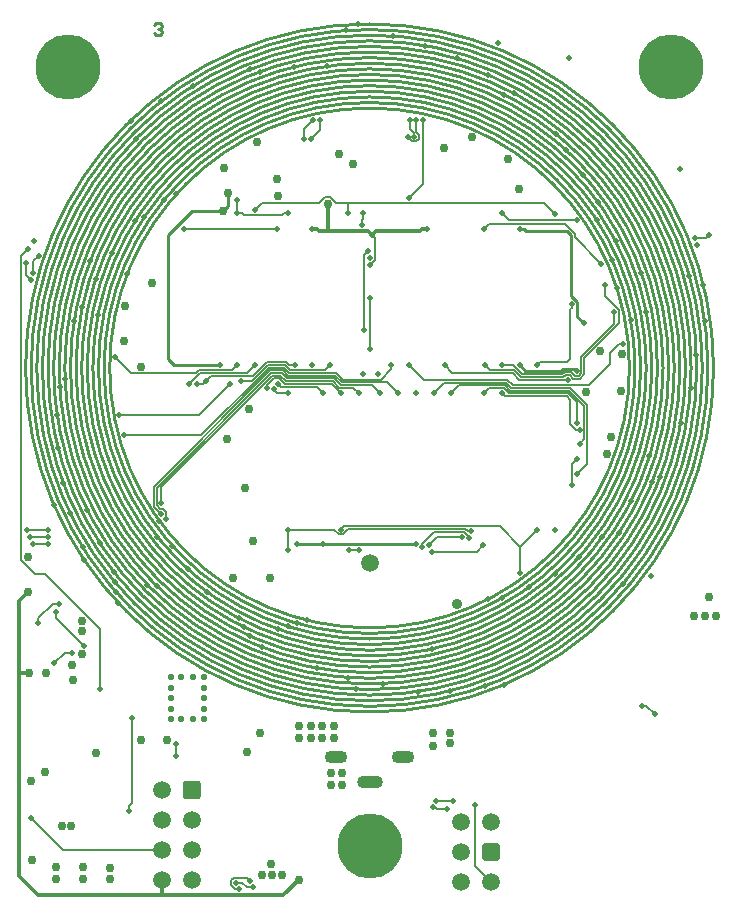
<source format=gbr>
%TF.GenerationSoftware,Altium Limited,Altium Designer,20.1.8 (145)*%
G04 Layer_Physical_Order=3*
G04 Layer_Color=16440176*
%FSLAX44Y44*%
%MOMM*%
%TF.SameCoordinates,602AE14E-E67F-4A72-A58A-C630FF545DDC*%
%TF.FilePolarity,Positive*%
%TF.FileFunction,Copper,L3,Inr,Signal*%
%TF.Part,Single*%
G01*
G75*
%TA.AperFunction,Conductor*%
%ADD10C,0.1270*%
%ADD11C,0.2540*%
%ADD12C,0.1524*%
%ADD46C,0.3048*%
%ADD47C,0.2032*%
%ADD48C,0.1778*%
%TA.AperFunction,NonConductor*%
%ADD49C,0.2540*%
%TA.AperFunction,ComponentPad*%
G04:AMPARAMS|DCode=50|XSize=1.5mm|YSize=1.5mm|CornerRadius=0.1875mm|HoleSize=0mm|Usage=FLASHONLY|Rotation=270.000|XOffset=0mm|YOffset=0mm|HoleType=Round|Shape=RoundedRectangle|*
%AMROUNDEDRECTD50*
21,1,1.5000,1.1250,0,0,270.0*
21,1,1.1250,1.5000,0,0,270.0*
1,1,0.3750,-0.5625,-0.5625*
1,1,0.3750,-0.5625,0.5625*
1,1,0.3750,0.5625,0.5625*
1,1,0.3750,0.5625,-0.5625*
%
%ADD50ROUNDEDRECTD50*%
%ADD51C,1.5000*%
G04:AMPARAMS|DCode=52|XSize=1.5mm|YSize=1.5mm|CornerRadius=0.15mm|HoleSize=0mm|Usage=FLASHONLY|Rotation=180.000|XOffset=0mm|YOffset=0mm|HoleType=Round|Shape=RoundedRectangle|*
%AMROUNDEDRECTD52*
21,1,1.5000,1.2000,0,0,180.0*
21,1,1.2000,1.5000,0,0,180.0*
1,1,0.3000,-0.6000,0.6000*
1,1,0.3000,0.6000,0.6000*
1,1,0.3000,0.6000,-0.6000*
1,1,0.3000,-0.6000,-0.6000*
%
%ADD52ROUNDEDRECTD52*%
%TA.AperFunction,ViaPad*%
%ADD53C,5.5000*%
%TA.AperFunction,ComponentPad*%
%ADD54C,0.5600*%
%ADD55O,2.2000X1.1000*%
%ADD56O,1.9000X1.1000*%
%TA.AperFunction,ViaPad*%
%ADD57C,0.7600*%
%ADD58C,0.4600*%
%ADD59C,0.9000*%
%ADD60C,1.5000*%
%TA.AperFunction,Conductor*%
%ADD61C,0.2286*%
D10*
X185577Y-14721D02*
X203890Y3592D01*
Y12987D02*
X210783Y19880D01*
X203890Y3592D02*
Y12987D01*
X210783Y19880D02*
X214438D01*
X121087Y-14721D02*
X185577D01*
X56860Y-373630D02*
X65834D01*
X54910Y-371680D02*
X56860Y-373630D01*
X54008Y-371680D02*
X54910D01*
X70366Y-366309D02*
X70406Y-366350D01*
X56335Y-366309D02*
X70366D01*
X56294Y-366268D02*
X56335Y-366309D01*
X275843Y110141D02*
X284545D01*
X287318Y112915D01*
X287718D01*
X230632Y-286004D02*
X234442D01*
X241735Y-293297D01*
X52903Y-155578D02*
X90904D01*
X96413Y-150070D01*
X-295079Y-162397D02*
Y94763D01*
Y-162397D02*
X-282953Y-174524D01*
X-274548D01*
X-295079Y94763D02*
X-289333Y100509D01*
X57343Y-142842D02*
X78504D01*
X50115Y-150070D02*
X57343Y-142842D01*
X-42651Y139762D02*
X-37719Y144695D01*
X-97000Y133522D02*
X-90759Y139762D01*
X-42651D01*
X-18500Y131064D02*
Y139777D01*
X-33203Y144695D02*
X-28300Y139792D01*
X-37719Y144695D02*
X-33203D01*
X-28300Y139792D02*
X-18500D01*
X-18500Y139792D01*
X-201855Y-4435D02*
X-146912D01*
X-144432Y-1955D01*
X-116135D01*
X-215174Y8883D02*
X-201855Y-4435D01*
X-116135Y-1955D02*
X-112000Y2180D01*
X-284858Y80054D02*
Y90491D01*
X-280166Y95182D01*
X-290944Y79028D02*
X-286372Y74456D01*
X-290944Y79028D02*
Y88976D01*
X173736Y111039D02*
Y113555D01*
Y111039D02*
X196380Y88395D01*
X-172092Y-127844D02*
Y-122073D01*
X-172318Y-128071D02*
X-172092Y-127844D01*
X-174514Y-119650D02*
X-172092Y-122073D01*
X-6604Y125389D02*
X-5447Y126546D01*
X-6604Y121048D02*
Y125389D01*
X-5447Y126546D02*
Y131604D01*
X-106131Y129387D02*
X-74266D01*
X-112000Y131572D02*
X-108316D01*
X-106131Y129387D01*
X-72335Y131318D02*
X-68834D01*
X-74266Y129387D02*
X-72335Y131318D01*
X97000Y117820D02*
X101135Y121955D01*
X165336D01*
X173736Y113555D01*
X-18500Y139777D02*
X147848D01*
X157000Y130625D01*
X118075Y124995D02*
X175260D01*
X112000Y131070D02*
X118075Y124995D01*
X88900Y-421400D02*
Y-369959D01*
Y-421400D02*
X102900Y-435400D01*
X-228088Y-271708D02*
Y-220984D01*
X-274548Y-174524D02*
X-228088Y-220984D01*
X32225Y195862D02*
X36312Y191775D01*
X39738D01*
X32225Y195862D02*
Y195910D01*
X-143485Y-4241D02*
X-103421D01*
X-134049Y-6527D02*
X-98350D01*
X-138190Y-10668D02*
X-134049Y-6527D01*
X-152600Y-13356D02*
X-143485Y-4241D01*
X69921D02*
X121108D01*
X63500Y2180D02*
X69921Y-4241D01*
X101569Y-1955D02*
X122054D01*
X97434Y2180D02*
X101569Y-1955D01*
X101135Y-17045D02*
X113713D01*
X97000Y-21180D02*
X101135Y-17045D01*
X-68041Y2180D02*
X-63500D01*
X-70726Y4865D02*
X-68041Y2180D01*
X-86958Y4865D02*
X-70726D01*
X-78064Y-21180D02*
X-69250D01*
X-81306Y-17938D02*
X-78064Y-21180D01*
X-86011Y2579D02*
X-71673D01*
X-67139Y-1955D02*
X-37635D01*
X-71673Y2579D02*
X-67139Y-1955D01*
X-68086Y-4241D02*
X-28258D01*
X-72620Y293D02*
X-68086Y-4241D01*
X-85064Y293D02*
X-72620D01*
X-69033Y-6527D02*
X-29204D01*
X-73566Y-1993D02*
X-69033Y-6527D01*
X-84117Y-1993D02*
X-73566D01*
X-69979Y-8813D02*
X-30151D01*
X-74513Y-4279D02*
X-69979Y-8813D01*
X-83170Y-4279D02*
X-74513D01*
X-70926Y-11099D02*
X-31098D01*
X-82224Y-6565D02*
X-75460D01*
X-70926Y-11099D01*
X-81277Y-8851D02*
X-76407D01*
X-71873Y-13385D01*
X-32045D01*
X-180371Y-101479D02*
X-83170Y-4279D01*
X-180371Y-116409D02*
Y-101479D01*
X-87066Y-17255D02*
X-86670Y-16859D01*
Y-14244D01*
X-81277Y-8851D01*
X-98350Y-6527D02*
X-86958Y4865D01*
X-109220Y-10662D02*
X-99252D01*
X-86011Y2579D01*
X-207676Y-57004D02*
X-142361D01*
X-85064Y293D01*
X-182656Y-100532D02*
X-84117Y-1993D01*
X-182656Y-117355D02*
Y-100532D01*
X-176236Y-114696D02*
Y-100577D01*
X-82224Y-6565D01*
X-266975Y-249837D02*
X-258184Y-241046D01*
X-251777D01*
X33945Y202646D02*
X37629Y198962D01*
Y196305D02*
Y198962D01*
X33945Y202646D02*
Y209991D01*
X37629Y196305D02*
X38025Y195910D01*
X39745Y200038D02*
X42160Y197622D01*
X39745Y200038D02*
Y210039D01*
X42160Y194197D02*
Y197622D01*
X39738Y191775D02*
X42160Y194197D01*
X33500Y143927D02*
X45545Y155972D01*
Y209991D01*
X-41973Y201633D02*
Y209991D01*
X-49983Y193624D02*
X-41973Y201633D01*
X-55783Y201982D02*
X-47773Y209991D01*
X-55783Y193624D02*
Y201982D01*
X-280549Y-215630D02*
Y-212054D01*
X-268175Y-199681D02*
X-263135D01*
X-280549Y-212054D02*
X-268175Y-199681D01*
X-203877Y-374731D02*
Y-370755D01*
X-201472Y-368350D01*
Y-296164D01*
X-265421Y-211337D02*
X-241591Y-235167D01*
X-287534Y-143336D02*
X-272152D01*
X-285121Y-149136D02*
X-272152D01*
X-265421Y-211337D02*
Y-206350D01*
X-289820Y-137536D02*
X-272076D01*
X-104171Y-439674D02*
X-98915D01*
X-113027Y-435653D02*
X-108192D01*
X-104171Y-439674D01*
X121108Y-4241D02*
X126950Y-10083D01*
X167728D01*
X122054Y-1955D02*
X127896Y-7797D01*
X164166D01*
X128843Y-5511D02*
X163219D01*
X121152Y2180D02*
X128843Y-5511D01*
X112000Y2180D02*
X121152D01*
X206756Y36859D02*
Y47649D01*
X179449Y9552D02*
X206756Y36859D01*
X179449Y-4453D02*
Y9552D01*
X181735Y-5400D02*
Y8605D01*
X210891Y37761D02*
Y49362D01*
X181735Y8605D02*
X210891Y37761D01*
X177973Y-9161D02*
X181735Y-5400D01*
X164166Y-7797D02*
X166015Y-5948D01*
X169440D01*
X172654Y-9161D01*
X177973D01*
X199209Y61044D02*
X210891Y49362D01*
X177026Y-6876D02*
X179449Y-4453D01*
X163219Y-5511D02*
X165068Y-3662D01*
X170387D01*
X173601Y-6876D01*
X177026D01*
X-144279Y-39413D02*
X-118222Y-13356D01*
X-211720Y-39413D02*
X-144279D01*
X184247Y-81392D02*
Y-31286D01*
X175633Y-90006D02*
X184247Y-81392D01*
X-146467Y-13356D02*
X-140878D01*
X-138190Y-10668D01*
X-37635Y-1955D02*
X-33500Y2180D01*
X-32045Y-13385D02*
X-24250Y-21180D01*
X-31098Y-11099D02*
X-25533Y-16664D01*
X-30151Y-8813D02*
X-24586Y-14378D01*
X-29204Y-6527D02*
X-23639Y-12092D01*
X-28258Y-4241D02*
X-22692Y-9806D01*
X9682D01*
X18500Y-988D01*
X-4500Y32224D02*
Y95765D01*
X-1243Y99022D01*
X-177129Y-119650D02*
X-174514D01*
X-180371Y-116409D02*
X-177129Y-119650D01*
X-182656Y-117355D02*
X-176227Y-123785D01*
X171196Y-81557D02*
X175540Y-77212D01*
X171196Y-99060D02*
Y-81557D01*
X-17298Y-154230D02*
X-9028D01*
X-113741Y-441452D02*
X-110741D01*
X-117162Y-438031D02*
Y-433940D01*
Y-438031D02*
X-113741Y-441452D01*
X-117162Y-433940D02*
X-114740Y-431518D01*
X-104027D01*
X-101201Y-434344D01*
X82929Y-141533D02*
X84234Y-142838D01*
X54675Y-138707D02*
X80217D01*
X82929Y-141419D01*
Y-141533D02*
Y-141419D01*
X84234Y-143739D02*
Y-142838D01*
X170135Y-47474D02*
X174863Y-52202D01*
X170135Y-47474D02*
Y-26873D01*
X174863Y-52202D02*
X177826D01*
X171000Y50748D02*
Y53968D01*
X170135Y49883D02*
X171000Y50748D01*
X170135Y7873D02*
Y49883D01*
X44570Y-148812D02*
X54675Y-138707D01*
X-21565Y-134135D02*
X110158D01*
X127456Y-151432D01*
X142000Y-136888D01*
X127456Y-173591D02*
Y-151432D01*
X168074Y-21579D02*
X175540Y-29045D01*
Y-46871D02*
Y-29045D01*
X181961Y-60354D02*
Y-32233D01*
X169021Y-19293D02*
X181961Y-32233D01*
X169968Y-17007D02*
X184247Y-31286D01*
X177826Y-64489D02*
X181961Y-60354D01*
X116449Y-10083D02*
X121087Y-14721D01*
X33500Y2180D02*
X45763Y-10083D01*
X116449D01*
X75671Y-14759D02*
X114660D01*
X69250Y-21180D02*
X75671Y-14759D01*
X54250Y-21180D02*
X62957Y-12473D01*
X115607D01*
X-103421Y-4241D02*
X-97000Y2180D01*
X-286243Y-381231D02*
X-259694Y-407780D01*
X-175424D01*
X44570Y-151770D02*
Y-148812D01*
X144685Y4865D02*
X167127D01*
X170135Y7873D01*
X199209Y61044D02*
Y70366D01*
X18500Y-988D02*
Y2180D01*
X-69250Y-154230D02*
Y-136820D01*
X-18003Y-136421D02*
X81163D01*
X83012Y-138270D02*
X86166D01*
X81163Y-136421D02*
X83012Y-138270D01*
X-22537Y-140955D02*
X-18003Y-136421D01*
X-69250Y-136820D02*
X-30098D01*
X-25963Y-140955D01*
X-22537D01*
X-24250Y-136820D02*
X-21565Y-134135D01*
X120141Y-17007D02*
X169968D01*
X119194Y-19293D02*
X169021D01*
X118247Y-21579D02*
X168074D01*
X114685Y-23865D02*
X167127D01*
X170135Y-26873D01*
X142000Y2180D02*
X144685Y4865D01*
X114660Y-14759D02*
X119194Y-19293D01*
X115607Y-12473D02*
X120141Y-17007D01*
X113713Y-17045D02*
X118247Y-21579D01*
X112000Y-21180D02*
X114685Y-23865D01*
X15162Y-12092D02*
X24250Y-21180D01*
X-23639Y-12092D02*
X15162D01*
X2448Y-14378D02*
X9250Y-21180D01*
X-24586Y-14378D02*
X2448D01*
X-25533Y-16664D02*
X-13766D01*
X-9250Y-21180D01*
X-157000Y117820D02*
X-78500D01*
X-163612Y-328568D02*
Y-318012D01*
D11*
X175770Y43527D02*
Y55944D01*
Y43527D02*
X181258Y38038D01*
X172796Y-741D02*
X174795Y-2740D01*
X175313D01*
X163858Y-741D02*
X172796D01*
X-124206Y132479D02*
X-119968Y136717D01*
Y148312D01*
X127000Y117820D02*
X130638D01*
X132688Y115770D02*
X167390D01*
X130638Y117820D02*
X132688Y115770D01*
X-150681Y132479D02*
X-124206D01*
X162009Y-2590D02*
X163858Y-741D01*
X131770Y-2590D02*
X162009D01*
X-170770Y7610D02*
X-165340Y2180D01*
X-127000D01*
X-170770Y7610D02*
Y112390D01*
X170770Y60944D02*
X175770Y55944D01*
X170770Y60944D02*
Y112390D01*
X127000Y2180D02*
X127000D01*
X131770Y-2590D01*
X-170770Y112390D02*
X-150681Y132479D01*
X-61750Y-149460D02*
X39250D01*
X167390Y115770D02*
X170770Y112390D01*
D12*
X-112000Y131572D02*
Y142128D01*
D46*
X-296476Y-430510D02*
X-280510Y-446476D01*
X-175424D01*
X-296476Y-430510D02*
Y-258298D01*
X5303Y116024D02*
X43025D01*
X44821Y117820D01*
X48500D01*
X-48500D02*
X-44846D01*
X-43050Y116024D02*
X-35461D01*
X-44846Y117820D02*
X-43050Y116024D01*
X1778Y112919D02*
X2198D01*
X5303Y116024D01*
X-1327D02*
X1778Y112919D01*
X-35461Y116024D02*
X-1327D01*
X-35461D02*
Y139244D01*
X-175424Y-446476D02*
X-73068D01*
X-59971Y-433380D02*
Y-433380D01*
X-73068Y-446476D02*
X-59971Y-433380D01*
X-296476Y-258298D02*
Y-196961D01*
X-289324Y-189808D01*
X-296476Y-258298D02*
X-288562D01*
X-175424Y-446476D02*
Y-433180D01*
D47*
X1778Y112919D02*
X1785D01*
X4984Y91609D02*
Y109720D01*
X1785Y112919D02*
X4984Y109720D01*
X359Y86985D02*
X4984Y91609D01*
X359Y16385D02*
Y58872D01*
D48*
X-77750Y-13356D02*
X-77750D01*
X-75054Y-16052D02*
X-44378D01*
X-77750Y-13356D02*
X-75054Y-16052D01*
X-44378D02*
X-39250Y-21180D01*
Y-21180D02*
Y-21180D01*
D49*
X-182537Y290511D02*
X-180844Y292204D01*
X-177458D01*
X-175765Y290511D01*
Y288819D01*
X-177458Y287126D01*
X-179151D01*
X-177458D01*
X-175765Y285433D01*
Y283740D01*
X-177458Y282048D01*
X-180844D01*
X-182537Y283740D01*
D50*
X-150023Y-356980D02*
D03*
D51*
Y-382380D02*
D03*
Y-407780D02*
D03*
Y-433180D02*
D03*
X-175424Y-356980D02*
D03*
Y-382380D02*
D03*
Y-407780D02*
D03*
Y-433180D02*
D03*
X102900Y-435400D02*
D03*
Y-384600D02*
D03*
X77500D02*
D03*
Y-410000D02*
D03*
Y-435400D02*
D03*
D52*
X102900Y-410000D02*
D03*
D53*
X0Y-405000D02*
D03*
X255000Y255000D02*
D03*
X-255000D02*
D03*
D54*
X-168351Y-297339D02*
D03*
X-140411D02*
D03*
X-159461D02*
D03*
X-168351Y-261779D02*
D03*
X-140411D02*
D03*
X-159461D02*
D03*
X-168351Y-279559D02*
D03*
Y-288449D02*
D03*
Y-270669D02*
D03*
X-140411Y-279559D02*
D03*
Y-288449D02*
D03*
Y-270669D02*
D03*
X-149301Y-261779D02*
D03*
Y-297339D02*
D03*
D55*
X0Y-350750D02*
D03*
D56*
X28000Y-329250D02*
D03*
X-28000D02*
D03*
D57*
X213393Y12192D02*
D03*
X53340Y-319690D02*
D03*
Y-309372D02*
D03*
X68326Y-317754D02*
D03*
Y-309118D02*
D03*
X62716Y186436D02*
D03*
X-77216Y145214D02*
D03*
X-193137Y1016D02*
D03*
X-102108Y-35030D02*
D03*
X126645Y151612D02*
D03*
X-14224Y172841D02*
D03*
X201168Y-72849D02*
D03*
X86972Y195326D02*
D03*
X-98925Y-146494D02*
D03*
X-119968Y148312D02*
D03*
X-123474Y169277D02*
D03*
X117287Y177201D02*
D03*
X-206931Y52554D02*
D03*
X195021Y14182D02*
D03*
X-95359Y191261D02*
D03*
X-242825Y-432562D02*
D03*
X-265684D02*
D03*
X-219456D02*
D03*
Y-423418D02*
D03*
X-242825Y-422148D02*
D03*
X-265684Y-422656D02*
D03*
X-84074Y-178218D02*
D03*
X183641Y-20336D02*
D03*
X-105380Y-101346D02*
D03*
X-184137Y71882D02*
D03*
X-251154Y-264303D02*
D03*
X-252153Y-251752D02*
D03*
X-120790Y-60130D02*
D03*
X-207637Y23104D02*
D03*
X-25961Y180927D02*
D03*
X212631Y-19464D02*
D03*
X-78760Y159713D02*
D03*
X-35461Y139244D02*
D03*
X-115736Y-178218D02*
D03*
X204592Y-58849D02*
D03*
X-91471Y-429514D02*
D03*
X-82971D02*
D03*
X-74471D02*
D03*
X-83058Y-419914D02*
D03*
X-288562Y-258298D02*
D03*
X-289324Y-189808D02*
D03*
Y-160444D02*
D03*
X-171704Y-315309D02*
D03*
X-252730Y-387858D02*
D03*
X-260604Y-387731D02*
D03*
X-124206Y132479D02*
D03*
X-193802Y-315309D02*
D03*
X-243840Y-222892D02*
D03*
X-59971Y-433380D02*
D03*
X274457Y-210047D02*
D03*
X293319D02*
D03*
X-92964Y-308809D02*
D03*
X-286243Y-350012D02*
D03*
X-243586Y-214614D02*
D03*
X-32721Y-352980D02*
D03*
X-22911D02*
D03*
X-32721Y-343020D02*
D03*
X-22911D02*
D03*
X284004Y-210047D02*
D03*
X287274Y-194000D02*
D03*
X-103378Y-325492D02*
D03*
X-49832Y-313395D02*
D03*
Y-303077D02*
D03*
X-59792Y-313395D02*
D03*
Y-303077D02*
D03*
X-39872D02*
D03*
Y-313395D02*
D03*
X-29912Y-303077D02*
D03*
Y-313395D02*
D03*
X-285750Y-416560D02*
D03*
X-274570Y-341884D02*
D03*
X-231562Y-325882D02*
D03*
X-274062Y-258572D02*
D03*
X-243078Y-242392D02*
D03*
D58*
X214438Y19880D02*
D03*
X54008Y-371680D02*
D03*
X56294Y-366350D02*
D03*
X277096Y103782D02*
D03*
X109142Y275028D02*
D03*
X237922Y-175914D02*
D03*
X287718Y112915D02*
D03*
X230632Y-286004D02*
D03*
X181262Y38298D02*
D03*
X241735Y-293297D02*
D03*
X52903Y-155578D02*
D03*
X-283687Y107623D02*
D03*
X-289333Y100509D02*
D03*
X-280166Y95182D02*
D03*
X-290944Y88976D02*
D03*
X-284858Y80054D02*
D03*
X-286372Y74456D02*
D03*
X230122Y80362D02*
D03*
X-6604Y121048D02*
D03*
X-5447Y131604D02*
D03*
X-48500Y117820D02*
D03*
X1778Y112919D02*
D03*
X175260Y124995D02*
D03*
X157000Y130625D02*
D03*
X275843Y110141D02*
D03*
X70406Y-366350D02*
D03*
X88900Y-369959D02*
D03*
X-112000Y2180D02*
D03*
X-207676Y-57004D02*
D03*
X45545Y209991D02*
D03*
X39745Y210039D02*
D03*
X33945Y209991D02*
D03*
X-41973D02*
D03*
X-47773D02*
D03*
X-228088Y-271708D02*
D03*
X-201472Y-296164D02*
D03*
X-112000Y142128D02*
D03*
X-55783Y193624D02*
D03*
X-49983D02*
D03*
X263436Y-46451D02*
D03*
X-243070Y51666D02*
D03*
X-202319Y209508D02*
D03*
X-272152Y-143336D02*
D03*
X-285121Y-149136D02*
D03*
X-263135Y-199681D02*
D03*
X-265421Y-206350D02*
D03*
X-289820Y-137536D02*
D03*
X-272076D02*
D03*
X-267094Y-116136D02*
D03*
X-211720Y-39413D02*
D03*
X38025Y195910D02*
D03*
X32225D02*
D03*
X-53223Y-213465D02*
D03*
X99878Y-196021D02*
D03*
X-163492Y147209D02*
D03*
X-205042Y79736D02*
D03*
X-177984Y-129313D02*
D03*
X209232Y67984D02*
D03*
X192475Y124995D02*
D03*
X134897Y-185669D02*
D03*
X-153566Y-170552D02*
D03*
X-179609Y-142867D02*
D03*
X-190822Y127503D02*
D03*
X220986Y40957D02*
D03*
X-152600Y-13356D02*
D03*
X-146467D02*
D03*
X-118222D02*
D03*
X-87066Y-17255D02*
D03*
X-109220Y-10662D02*
D03*
X-81306Y-17938D02*
D03*
X-77750Y-13356D02*
D03*
X-1243Y99022D02*
D03*
X468Y93480D02*
D03*
X-176236Y-114696D02*
D03*
X175633Y-90006D02*
D03*
X175540Y-77212D02*
D03*
X236999Y-74725D02*
D03*
X-251777Y-241046D02*
D03*
X175313Y-2740D02*
D03*
X167728Y-10083D02*
D03*
X112000Y131070D02*
D03*
X-9028Y-154230D02*
D03*
X-17298D02*
D03*
X96413Y-150070D02*
D03*
X33500Y143927D02*
D03*
X48500Y117820D02*
D03*
X-18500Y131064D02*
D03*
X-241554Y-235130D02*
D03*
X-188208Y-183344D02*
D03*
X-180030Y-184806D02*
D03*
X-238872Y-120401D02*
D03*
X-253772Y-122405D02*
D03*
X-228328Y-148278D02*
D03*
X-216782Y-172437D02*
D03*
X-215833Y-181105D02*
D03*
X-214576Y-189841D02*
D03*
X-213007Y-198632D02*
D03*
X-110741Y-441452D02*
D03*
X-113027Y-435653D02*
D03*
X-61006Y-216312D02*
D03*
X-69012Y-218878D02*
D03*
X-77230Y-221153D02*
D03*
X171000Y53968D02*
D03*
X-61750Y-149460D02*
D03*
X-39250D02*
D03*
X-229946Y44697D02*
D03*
X181141Y163101D02*
D03*
X-105896Y-219545D02*
D03*
X-236429Y90757D02*
D03*
X-63565Y254945D02*
D03*
X221415Y-112817D02*
D03*
X-101074Y-227016D02*
D03*
X-286243Y-381231D02*
D03*
X44570Y-151770D02*
D03*
X-203877Y-374731D02*
D03*
X-215174Y8883D02*
D03*
X262548Y168070D02*
D03*
X97989Y-269222D02*
D03*
X283712Y39873D02*
D03*
X270835Y77661D02*
D03*
X276786Y10875D02*
D03*
X127456Y-173591D02*
D03*
X84234Y-143739D02*
D03*
X78504Y-142842D02*
D03*
X50115Y-150070D02*
D03*
X86166Y-138270D02*
D03*
X-24250Y-136820D02*
D03*
X-69250Y-154230D02*
D03*
X168496Y262458D02*
D03*
X-112000Y131572D02*
D03*
X-97000Y133522D02*
D03*
X-68834Y131318D02*
D03*
X196380Y88395D02*
D03*
X97000Y117820D02*
D03*
X206756Y47649D02*
D03*
X-167022Y-150387D02*
D03*
X-137689Y-189512D02*
D03*
X-172318Y-128071D02*
D03*
X-176227Y-123785D02*
D03*
X-97000Y2180D02*
D03*
X-138190Y-10668D02*
D03*
X177826Y-64489D02*
D03*
Y-52202D02*
D03*
X175540Y-46871D02*
D03*
X199209Y70366D02*
D03*
X234202Y47649D02*
D03*
X214244Y-182982D02*
D03*
X171196Y-99060D02*
D03*
X127000Y2180D02*
D03*
X142000D02*
D03*
X112000D02*
D03*
X112000Y-21180D02*
D03*
X97000D02*
D03*
X97434Y2180D02*
D03*
X63500D02*
D03*
X69250Y-21180D02*
D03*
X18500Y2180D02*
D03*
X33500D02*
D03*
X-5339Y-4845D02*
D03*
X6786D02*
D03*
X-157000Y117820D02*
D03*
X-63500Y2180D02*
D03*
X-48500D02*
D03*
X-11875Y-271991D02*
D03*
X52749Y-237974D02*
D03*
X100207Y248022D02*
D03*
X-35907Y255489D02*
D03*
X239213Y-96649D02*
D03*
X-44801Y-254080D02*
D03*
X-257843Y-9004D02*
D03*
X-241457Y-162865D02*
D03*
X19654Y281064D02*
D03*
X282599Y70460D02*
D03*
X113800Y-268097D02*
D03*
X-149305Y238938D02*
D03*
X68162Y-273381D02*
D03*
X-10165Y291073D02*
D03*
X-287534Y-143336D02*
D03*
X-90757Y-236429D02*
D03*
X157652Y198195D02*
D03*
X166279Y184671D02*
D03*
X-231820Y75323D02*
D03*
X205319Y91414D02*
D03*
X211182Y-139778D02*
D03*
X197198Y-143273D02*
D03*
X112375Y-194639D02*
D03*
X40943Y-273957D02*
D03*
X11668Y-267245D02*
D03*
X-18328Y-262110D02*
D03*
X-110358Y-211996D02*
D03*
X-242966Y-151822D02*
D03*
X-259458Y-97008D02*
D03*
X-263578Y-68166D02*
D03*
X-264562Y-39539D02*
D03*
X-262260Y-16041D02*
D03*
X-250132Y39617D02*
D03*
X-218337Y97210D02*
D03*
X-198655Y124134D02*
D03*
X-174045Y142200D02*
D03*
X-197570Y194152D02*
D03*
X-176387Y225765D02*
D03*
X-100884Y252868D02*
D03*
X-92586Y250966D02*
D03*
X-19985Y285802D02*
D03*
X46910Y272999D02*
D03*
X73900Y262029D02*
D03*
X122340Y232530D02*
D03*
X114110Y231393D02*
D03*
X193355Y140481D02*
D03*
X208252Y107257D02*
D03*
X156744Y-174082D02*
D03*
X177612Y-159922D02*
D03*
X246111Y-92017D02*
D03*
X271742Y-16621D02*
D03*
X-272152Y-149136D02*
D03*
X359Y16385D02*
D03*
X39250Y-21180D02*
D03*
X359Y58872D02*
D03*
X-39250Y-21180D02*
D03*
X-163612Y-318012D02*
D03*
Y-328568D02*
D03*
X-101201Y-434344D02*
D03*
X-69250Y-21180D02*
D03*
X65834Y-373630D02*
D03*
X-266975Y-249837D02*
D03*
X-98915Y-439674D02*
D03*
X-4500Y32224D02*
D03*
X-127000Y2180D02*
D03*
X-280549Y-215630D02*
D03*
X359Y86985D02*
D03*
X39250Y-149460D02*
D03*
X24250Y-21180D02*
D03*
X157000Y-136888D02*
D03*
X-69250Y-136820D02*
D03*
X-24250Y-21180D02*
D03*
X-9250D02*
D03*
X9250D02*
D03*
X54250D02*
D03*
X142000Y-136888D02*
D03*
X127000Y117820D02*
D03*
X-33500Y2180D02*
D03*
X-78500Y117820D02*
D03*
D59*
X74348Y-199967D02*
D03*
D60*
X0Y-164793D02*
D03*
D61*
X291250Y0D02*
G03*
X291250Y0I-291250J0D01*
G01*
X281750D02*
G03*
X281750Y0I-281750J0D01*
G01*
X220000D02*
G03*
X220000Y0I-220000J0D01*
G01*
X286500D02*
G03*
X286500Y0I-286500J0D01*
G01*
X224750D02*
G03*
X224750Y0I-224750J0D01*
G01*
X248500D02*
G03*
X248500Y0I-248500J0D01*
G01*
X253250D02*
G03*
X253250Y0I-253250J0D01*
G01*
X277000D02*
G03*
X277000Y0I-277000J0D01*
G01*
X272250D02*
G03*
X272250Y0I-272250J0D01*
G01*
X262750D02*
G03*
X262750Y0I-262750J0D01*
G01*
X229500D02*
G03*
X229500Y0I-229500J0D01*
G01*
X234250D02*
G03*
X234250Y0I-234250J0D01*
G01*
X239000D02*
G03*
X239000Y0I-239000J0D01*
G01*
X243750D02*
G03*
X243750Y0I-243750J0D01*
G01*
X267500D02*
G03*
X267500Y0I-267500J0D01*
G01*
X258000D02*
G03*
X258000Y0I-258000J0D01*
G01*
%TF.MD5,223642cde97b39b0fd0b4ee139518247*%
M02*

</source>
